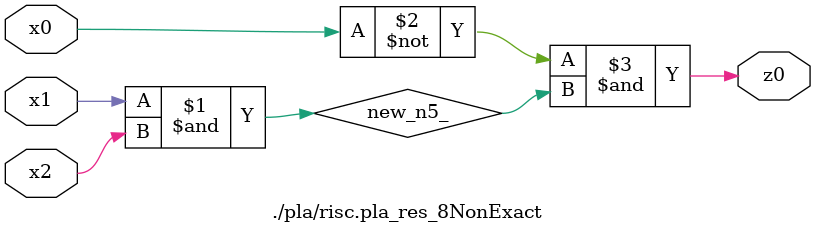
<source format=v>

module \./pla/risc.pla_res_8NonExact  ( 
    x0, x1, x2,
    z0  );
  input  x0, x1, x2;
  output z0;
  wire new_n5_;
  assign new_n5_ = x1 & x2;
  assign z0 = ~x0 & new_n5_;
endmodule



</source>
